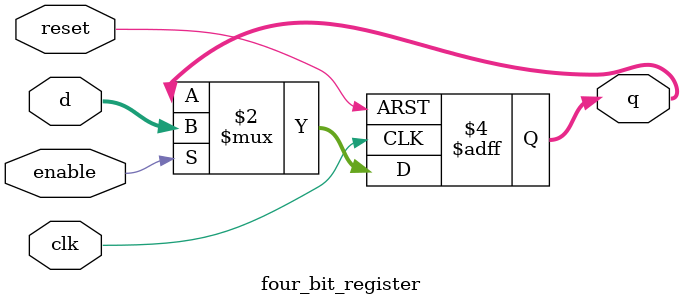
<source format=v>
`timescale 1ns / 1ps


module four_bit_register(
input wire clk,
input wire reset,
input wire [3:0]d,
input wire enable,
output reg  [3:0]q
);

always @(posedge clk or posedge reset) begin
if(reset)
q <= 4'b0000;
else if(enable)
q <= d;
end


endmodule

</source>
